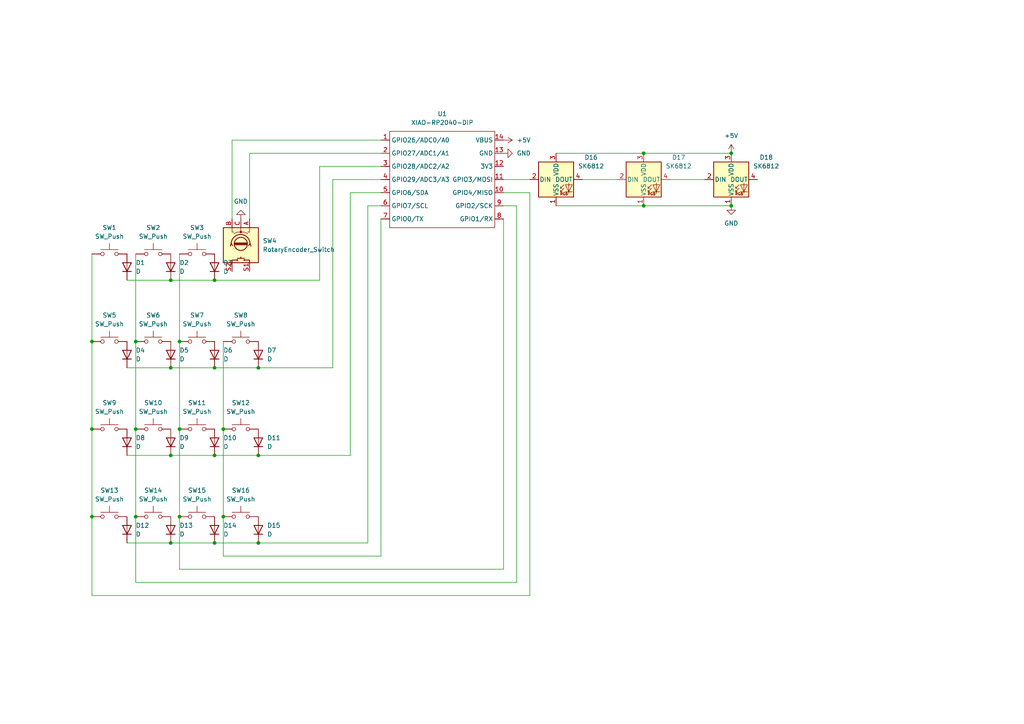
<source format=kicad_sch>
(kicad_sch (version 20250114) (generator "eeschema") (generator_version "9.0")
  (paper "A4")
  (lib_symbols
    (symbol "Device:D" (pin_numbers (hide yes)) (pin_names (offset 1.016) (hide yes))
      (property "Reference" "D" (at 0 2.54 0))
      (property "Value" "D" (at 0 -2.54 0))
      (symbol "D_0_1"
        (polyline (pts (xy -1.27 1.27) (xy -1.27 -1.27)) (stroke (width 0.254)))
        (polyline (pts (xy 1.27 1.27) (xy 1.27 -1.27) (xy -1.27 0) (xy 1.27 1.27)) (stroke (width 0.254)))
        (polyline (pts (xy 1.27 0) (xy -1.27 0)))
      )
      (symbol "D_1_1"
        (pin passive line (at -3.81 0 0) (length 2.54) (name "K") (number "1"))
        (pin passive line (at 3.81 0 180) (length 2.54) (name "A") (number "2"))
      )
    )
    (symbol "Device:RotaryEncoder_Switch" (pin_names (offset 0.254) (hide yes))
      (property "Reference" "SW" (at 0 6.604 0))
      (property "Value" "RotaryEncoder_Switch" (at 0 -6.604 0))
      (symbol "RotaryEncoder_Switch_0_1"
        (rectangle (start -5.08 5.08) (end 5.08 -5.08) (stroke (width 0.254)) (fill (type background)))
        (polyline (pts (xy -5.08 2.54) (xy -3.81 2.54) (xy -3.81 2.032)))
        (polyline (pts (xy -5.08 0) (xy -3.81 0) (xy -3.81 -1.016) (xy -3.302 -2.032)))
        (polyline (pts (xy -5.08 -2.54) (xy -3.81 -2.54) (xy -3.81 -2.032)))
        (polyline (pts (xy -4.318 0) (xy -3.81 0) (xy -3.81 1.016) (xy -3.302 2.032)))
        (circle (center -3.81 0) (radius 0.254) (fill (type outline)))
        (polyline (pts (xy -0.635 -1.778) (xy -0.635 1.778)) (stroke (width 0.254)))
        (circle (center -0.381 0) (radius 1.905) (stroke (width 0.254)))
        (polyline (pts (xy -0.381 -1.778) (xy -0.381 1.778)) (stroke (width 0.254)))
        (arc (start -0.381 -2.794) (mid -3.0988 -0.0635) (end -0.381 2.667) (stroke (width 0.254)))
        (polyline (pts (xy -0.127 1.778) (xy -0.127 -1.778)) (stroke (width 0.254)))
        (polyline (pts (xy 0.254 2.921) (xy -0.508 2.667) (xy 0.127 2.286)) (stroke (width 0.254)))
        (polyline (pts (xy 0.254 -3.048) (xy -0.508 -2.794) (xy 0.127 -2.413)) (stroke (width 0.254)))
        (polyline (pts (xy 3.81 1.016) (xy 3.81 -1.016)) (stroke (width 0.254)))
        (polyline (pts (xy 3.81 0) (xy 3.429 0)) (stroke (width 0.254)))
        (circle (center 4.318 1.016) (radius 0.127) (stroke (width 0.254)))
        (circle (center 4.318 -1.016) (radius 0.127) (stroke (width 0.254)))
        (polyline (pts (xy 5.08 2.54) (xy 4.318 2.54) (xy 4.318 1.016)) (stroke (width 0.254)))
        (polyline (pts (xy 5.08 -2.54) (xy 4.318 -2.54) (xy 4.318 -1.016)) (stroke (width 0.254)))
      )
      (symbol "RotaryEncoder_Switch_1_1"
        (pin passive line (at -7.62 2.54 0) (length 2.54) (name "A") (number "A"))
        (pin passive line (at -7.62 0 0) (length 2.54) (name "C") (number "C"))
        (pin passive line (at -7.62 -2.54 0) (length 2.54) (name "B") (number "B"))
        (pin passive line (at 7.62 2.54 180) (length 2.54) (name "S1") (number "S1"))
        (pin passive line (at 7.62 -2.54 180) (length 2.54) (name "S2") (number "S2"))
      )
    )
    (symbol "LED:SK6812" (pin_names (offset 0.254))
      (property "Reference" "D" (at 5.08 5.715 0))
      (property "Value" "SK6812" (at 1.27 -5.715 0))
      (symbol "SK6812_0_0"
        (text "RGB" (at 2.286 -4.191 0) (effects (font (size 0.762 0.762))))
      )
      (symbol "SK6812_0_1"
        (polyline (pts (xy 1.27 -2.54) (xy 1.778 -2.54)))
        (polyline (pts (xy 1.27 -3.556) (xy 1.778 -3.556)))
        (polyline (pts (xy 2.286 -1.524) (xy 1.27 -2.54) (xy 1.27 -2.032)))
        (polyline (pts (xy 2.286 -2.54) (xy 1.27 -3.556) (xy 1.27 -3.048)))
        (polyline (pts (xy 3.683 -1.016) (xy 3.683 -3.556) (xy 3.683 -4.064)))
        (polyline (pts (xy 4.699 -1.524) (xy 2.667 -1.524) (xy 3.683 -3.556) (xy 4.699 -1.524)))
        (polyline (pts (xy 4.699 -3.556) (xy 2.667 -3.556)))
        (rectangle (start 5.08 5.08) (end -5.08 -5.08) (stroke (width 0.254)) (fill (type background)))
      )
      (symbol "SK6812_1_1"
        (pin input line (at -7.62 0 0) (length 2.54) (name "DIN") (number "2"))
        (pin power_in line (at 0 7.62 270) (length 2.54) (name "VDD") (number "3"))
        (pin power_in line (at 0 -7.62 90) (length 2.54) (name "VSS") (number "1"))
        (pin output line (at 7.62 0 180) (length 2.54) (name "DOUT") (number "4"))
      )
    )
    (symbol "OPL:XIAO-RP2040-DIP"
      (property "Reference" "U" (at 0 0 0))
      (property "Value" "XIAO-RP2040-DIP" (at 5.334 -1.778 0))
      (symbol "XIAO-RP2040-DIP_1_0"
        (polyline (pts (xy -1.27 -2.54) (xy 29.21 -2.54)) (stroke (width 0.1524)))
        (polyline (pts (xy -1.27 -5.08) (xy -2.54 -5.08)) (stroke (width 0.1524)))
        (polyline (pts (xy -1.27 -5.08) (xy -1.27 -2.54)) (stroke (width 0.1524)))
        (polyline (pts (xy -1.27 -8.89) (xy -2.54 -8.89)) (stroke (width 0.1524)))
        (polyline (pts (xy -1.27 -8.89) (xy -1.27 -5.08)) (stroke (width 0.1524)))
        (polyline (pts (xy -1.27 -12.7) (xy -2.54 -12.7)) (stroke (width 0.1524)))
        (polyline (pts (xy -1.27 -12.7) (xy -1.27 -8.89)) (stroke (width 0.1524)))
        (polyline (pts (xy -1.27 -16.51) (xy -2.54 -16.51)) (stroke (width 0.1524)))
        (polyline (pts (xy -1.27 -16.51) (xy -1.27 -12.7)) (stroke (width 0.1524)))
        (polyline (pts (xy -1.27 -20.32) (xy -2.54 -20.32)) (stroke (width 0.1524)))
        (polyline (pts (xy -1.27 -24.13) (xy -2.54 -24.13)) (stroke (width 0.1524)))
        (polyline (pts (xy -1.27 -27.94) (xy -2.54 -27.94)) (stroke (width 0.1524)))
        (polyline (pts (xy -1.27 -30.48) (xy -1.27 -16.51)) (stroke (width 0.1524)))
        (polyline (pts (xy 29.21 -2.54) (xy 29.21 -5.08)) (stroke (width 0.1524)))
        (polyline (pts (xy 29.21 -5.08) (xy 29.21 -8.89)) (stroke (width 0.1524)))
        (polyline (pts (xy 29.21 -8.89) (xy 29.21 -12.7)) (stroke (width 0.1524)))
        (polyline (pts (xy 29.21 -12.7) (xy 29.21 -30.48)) (stroke (width 0.1524)))
        (polyline (pts (xy 29.21 -30.48) (xy -1.27 -30.48)) (stroke (width 0.1524)))
        (polyline (pts (xy 30.48 -5.08) (xy 29.21 -5.08)) (stroke (width 0.1524)))
        (polyline (pts (xy 30.48 -8.89) (xy 29.21 -8.89)) (stroke (width 0.1524)))
        (polyline (pts (xy 30.48 -12.7) (xy 29.21 -12.7)) (stroke (width 0.1524)))
        (polyline (pts (xy 30.48 -16.51) (xy 29.21 -16.51)) (stroke (width 0.1524)))
        (polyline (pts (xy 30.48 -20.32) (xy 29.21 -20.32)) (stroke (width 0.1524)))
        (polyline (pts (xy 30.48 -24.13) (xy 29.21 -24.13)) (stroke (width 0.1524)))
        (polyline (pts (xy 30.48 -27.94) (xy 29.21 -27.94)) (stroke (width 0.1524)))
        (pin passive line (at -3.81 -5.08 0) (length 2.54) (name "GPIO26/ADC0/A0") (number "1"))
        (pin passive line (at -3.81 -8.89 0) (length 2.54) (name "GPIO27/ADC1/A1") (number "2"))
        (pin passive line (at -3.81 -12.7 0) (length 2.54) (name "GPIO28/ADC2/A2") (number "3"))
        (pin passive line (at -3.81 -16.51 0) (length 2.54) (name "GPIO29/ADC3/A3") (number "4"))
        (pin passive line (at -3.81 -20.32 0) (length 2.54) (name "GPIO6/SDA") (number "5"))
        (pin passive line (at -3.81 -24.13 0) (length 2.54) (name "GPIO7/SCL") (number "6"))
        (pin passive line (at -3.81 -27.94 0) (length 2.54) (name "GPIO0/TX") (number "7"))
        (pin passive line (at 31.75 -5.08 180) (length 2.54) (name "VBUS") (number "14"))
        (pin passive line (at 31.75 -8.89 180) (length 2.54) (name "GND") (number "13"))
        (pin passive line (at 31.75 -12.7 180) (length 2.54) (name "3V3") (number "12"))
        (pin passive line (at 31.75 -16.51 180) (length 2.54) (name "GPIO3/MOSI") (number "11"))
        (pin passive line (at 31.75 -20.32 180) (length 2.54) (name "GPIO4/MISO") (number "10"))
        (pin passive line (at 31.75 -24.13 180) (length 2.54) (name "GPIO2/SCK") (number "9"))
        (pin passive line (at 31.75 -27.94 180) (length 2.54) (name "GPIO1/RX") (number "8"))
      )
    )
    (symbol "Switch:SW_Push" (pin_numbers (hide yes)) (pin_names (offset 1.016) (hide yes))
      (property "Reference" "SW" (at 1.27 2.54 0))
      (property "Value" "SW_Push" (at 0 -1.524 0))
      (symbol "SW_Push_0_1"
        (circle (center -2.032 0) (radius 0.508))
        (polyline (pts (xy 0 1.27) (xy 0 3.048)))
        (circle (center 2.032 0) (radius 0.508))
        (polyline (pts (xy 2.54 1.27) (xy -2.54 1.27)))
        (pin passive line (at -5.08 0 0) (length 2.54) (name "1") (number "1"))
        (pin passive line (at 5.08 0 180) (length 2.54) (name "2") (number "2"))
      )
    )
    (symbol "power:+5V" (power) (pin_numbers (hide yes)) (pin_names (offset 0) (hide yes))
      (property "Value" "+5V" (at 0 3.556 0))
      (symbol "+5V_0_1"
        (polyline (pts (xy -0.762 1.27) (xy 0 2.54)))
        (polyline (pts (xy 0 2.54) (xy 0.762 1.27)))
        (polyline (pts (xy 0 0) (xy 0 2.54)))
      )
      (symbol "+5V_1_1"
        (pin power_in line (at 0 0 90) (length 0) (name "~") (number "1"))
      )
    )
    (symbol "power:GND" (power) (pin_numbers (hide yes)) (pin_names (offset 0) (hide yes))
      (property "Value" "GND" (at 0 -3.81 0))
      (symbol "GND_0_1"
        (polyline (pts (xy 0 0) (xy 0 -1.27) (xy 1.27 -1.27) (xy 0 -2.54) (xy -1.27 -1.27) (xy 0 -1.27)))
      )
      (symbol "GND_1_1"
        (pin power_in line (at 0 0 270) (length 0) (name "~") (number "1"))
      )
    )
  )
  (junction (at 212.09 59.69))
  (junction (at 74.93 106.68))
  (junction (at 49.53 157.48))
  (junction (at 52.07 99.06))
  (junction (at 186.69 59.69))
  (junction (at 62.23 106.68))
  (junction (at 64.77 149.86))
  (junction (at 62.23 132.08))
  (junction (at 62.23 81.28))
  (junction (at 26.67 99.06))
  (junction (at 74.93 157.48))
  (junction (at 39.37 99.06))
  (junction (at 212.09 44.45))
  (junction (at 52.07 124.46))
  (junction (at 74.93 132.08))
  (junction (at 39.37 124.46))
  (junction (at 26.67 124.46))
  (junction (at 26.67 149.86))
  (junction (at 39.37 149.86))
  (junction (at 64.77 124.46))
  (junction (at 49.53 132.08))
  (junction (at 49.53 81.28))
  (junction (at 49.53 106.68))
  (junction (at 186.69 44.45))
  (junction (at 62.23 157.48))
  (junction (at 52.07 149.86))
  (wire (pts (xy 39.37 99.06) (xy 39.37 124.46)))
  (wire (pts (xy 146.05 63.5) (xy 146.05 165.1)))
  (wire (pts (xy 62.23 132.08) (xy 74.93 132.08)))
  (wire (pts (xy 106.68 59.69) (xy 110.49 59.69)))
  (wire (pts (xy 36.83 157.48) (xy 49.53 157.48)))
  (wire (pts (xy 186.69 44.45) (xy 212.09 44.45)))
  (wire (pts (xy 26.67 149.86) (xy 26.67 172.72)))
  (wire (pts (xy 26.67 172.72) (xy 153.67 172.72)))
  (wire (pts (xy 62.23 157.48) (xy 74.93 157.48)))
  (wire (pts (xy 72.39 44.45) (xy 110.49 44.45)))
  (wire (pts (xy 39.37 124.46) (xy 39.37 149.86)))
  (wire (pts (xy 67.31 40.64) (xy 67.31 63.5)))
  (wire (pts (xy 153.67 172.72) (xy 153.67 55.88)))
  (wire (pts (xy 52.07 73.66) (xy 52.07 99.06)))
  (wire (pts (xy 26.67 73.66) (xy 26.67 99.06)))
  (wire (pts (xy 62.23 106.68) (xy 74.93 106.68)))
  (wire (pts (xy 149.86 59.69) (xy 149.86 168.91)))
  (wire (pts (xy 168.91 52.07) (xy 179.07 52.07)))
  (wire (pts (xy 64.77 99.06) (xy 64.77 124.46)))
  (wire (pts (xy 39.37 149.86) (xy 39.37 168.91)))
  (wire (pts (xy 64.77 161.29) (xy 110.49 161.29)))
  (wire (pts (xy 49.53 132.08) (xy 62.23 132.08)))
  (wire (pts (xy 36.83 132.08) (xy 49.53 132.08)))
  (wire (pts (xy 52.07 149.86) (xy 52.07 165.1)))
  (wire (pts (xy 74.93 132.08) (xy 101.6 132.08)))
  (wire (pts (xy 146.05 52.07) (xy 153.67 52.07)))
  (wire (pts (xy 186.69 59.69) (xy 212.09 59.69)))
  (wire (pts (xy 161.29 44.45) (xy 186.69 44.45)))
  (wire (pts (xy 110.49 48.26) (xy 92.71 48.26)))
  (wire (pts (xy 110.49 63.5) (xy 110.49 161.29)))
  (wire (pts (xy 92.71 48.26) (xy 92.71 81.28)))
  (wire (pts (xy 39.37 73.66) (xy 39.37 99.06)))
  (wire (pts (xy 36.83 106.68) (xy 49.53 106.68)))
  (wire (pts (xy 49.53 157.48) (xy 62.23 157.48)))
  (wire (pts (xy 106.68 59.69) (xy 106.68 157.48)))
  (wire (pts (xy 52.07 124.46) (xy 52.07 149.86)))
  (wire (pts (xy 96.52 52.07) (xy 110.49 52.07)))
  (wire (pts (xy 101.6 55.88) (xy 101.6 132.08)))
  (wire (pts (xy 62.23 81.28) (xy 92.71 81.28)))
  (wire (pts (xy 194.31 52.07) (xy 204.47 52.07)))
  (wire (pts (xy 39.37 168.91) (xy 149.86 168.91)))
  (wire (pts (xy 149.86 59.69) (xy 146.05 59.69)))
  (wire (pts (xy 36.83 81.28) (xy 49.53 81.28)))
  (wire (pts (xy 49.53 81.28) (xy 62.23 81.28)))
  (wire (pts (xy 26.67 124.46) (xy 26.67 149.86)))
  (wire (pts (xy 72.39 44.45) (xy 72.39 63.5)))
  (wire (pts (xy 52.07 99.06) (xy 52.07 124.46)))
  (wire (pts (xy 153.67 55.88) (xy 146.05 55.88)))
  (wire (pts (xy 106.68 157.48) (xy 74.93 157.48)))
  (wire (pts (xy 26.67 99.06) (xy 26.67 124.46)))
  (wire (pts (xy 64.77 124.46) (xy 64.77 149.86)))
  (wire (pts (xy 96.52 52.07) (xy 96.52 106.68)))
  (wire (pts (xy 67.31 40.64) (xy 110.49 40.64)))
  (wire (pts (xy 64.77 149.86) (xy 64.77 161.29)))
  (wire (pts (xy 101.6 55.88) (xy 110.49 55.88)))
  (wire (pts (xy 161.29 59.69) (xy 186.69 59.69)))
  (wire (pts (xy 52.07 165.1) (xy 146.05 165.1)))
  (wire (pts (xy 96.52 106.68) (xy 74.93 106.68)))
  (wire (pts (xy 49.53 106.68) (xy 62.23 106.68)))
  (symbol (lib_id "Device:D") (at 36.83 153.67 90) (unit 1)
    (property "Reference" "D12" (at 39.37 152.3999 90) (effects (justify right)))
    (property "Value" "D" (at 39.37 154.9399 90) (effects (justify right)))
    (property "Footprint" "Diode_THT:D_DO-35_SOD27_P7.62mm_Horizontal" (effects (hide yes)))
    (property "Description" "Diode" (effects (hide yes)))
    (property "Sim.Device" "D" (effects (hide yes)))
    (property "Sim.Pins" "1=K 2=A" (effects (hide yes)))
  )
  (symbol (lib_id "power:GND") (at 69.85 63.5 180) (unit 1)
    (property "Reference" "#PWR01" (effects (hide yes)))
    (property "Value" "GND" (at 69.85 58.42 0))
    (property "Description" "Power symbol creates a global label with name \"GND\" , ground" (effects (hide yes)))
  )
  (symbol (lib_id "Device:D") (at 36.83 77.47 90) (unit 1)
    (property "Reference" "D1" (at 39.37 76.1999 90) (effects (justify right)))
    (property "Value" "D" (at 39.37 78.7399 90) (effects (justify right)))
    (property "Footprint" "Diode_THT:D_DO-35_SOD27_P7.62mm_Horizontal" (effects (hide yes)))
    (property "Description" "Diode" (effects (hide yes)))
    (property "Sim.Device" "D" (effects (hide yes)))
    (property "Sim.Pins" "1=K 2=A" (effects (hide yes)))
  )
  (symbol (lib_id "OPL:XIAO-RP2040-DIP") (at 114.3 35.56 0) (unit 1)
    (property "Reference" "U1" (at 128.27 33.02 0))
    (property "Value" "XIAO-RP2040-DIP" (at 128.27 35.56 0))
    (property "Footprint" "Seeed Studio XIAO Series Library:XIAO-RP2040-DIP" (effects (hide yes)))
  )
  (symbol (lib_id "Device:D") (at 74.93 128.27 90) (unit 1)
    (property "Reference" "D11" (at 77.47 126.9999 90) (effects (justify right)))
    (property "Value" "D" (at 77.47 129.5399 90) (effects (justify right)))
    (property "Footprint" "Diode_THT:D_DO-35_SOD27_P7.62mm_Horizontal" (effects (hide yes)))
    (property "Description" "Diode" (effects (hide yes)))
    (property "Sim.Device" "D" (effects (hide yes)))
    (property "Sim.Pins" "1=K 2=A" (effects (hide yes)))
  )
  (symbol (lib_id "Device:D") (at 36.83 102.87 90) (unit 1)
    (property "Reference" "D4" (at 39.37 101.5999 90) (effects (justify right)))
    (property "Value" "D" (at 39.37 104.1399 90) (effects (justify right)))
    (property "Footprint" "Diode_THT:D_DO-35_SOD27_P7.62mm_Horizontal" (effects (hide yes)))
    (property "Description" "Diode" (effects (hide yes)))
    (property "Sim.Device" "D" (effects (hide yes)))
    (property "Sim.Pins" "1=K 2=A" (effects (hide yes)))
  )
  (symbol (lib_id "Device:D") (at 49.53 77.47 90) (unit 1)
    (property "Reference" "D2" (at 52.07 76.1999 90) (effects (justify right)))
    (property "Value" "D" (at 52.07 78.7399 90) (effects (justify right)))
    (property "Footprint" "Diode_THT:D_DO-35_SOD27_P7.62mm_Horizontal" (effects (hide yes)))
    (property "Description" "Diode" (effects (hide yes)))
    (property "Sim.Device" "D" (effects (hide yes)))
    (property "Sim.Pins" "1=K 2=A" (effects (hide yes)))
  )
  (symbol (lib_id "Device:RotaryEncoder_Switch") (at 69.85 71.12 270) (unit 1)
    (property "Reference" "SW4" (at 76.2 69.8499 90) (effects (justify left)))
    (property "Value" "RotaryEncoder_Switch" (at 76.2 72.3899 90) (effects (justify left)))
    (property "Footprint" "Rotary_Encoder:RotaryEncoder_Alps_EC11E-Switch_Vertical_H20mm" (effects (hide yes)))
    (property "Description" "Rotary encoder, dual channel, incremental quadrate outputs, with switch" (effects (hide yes)))
  )
  (symbol (lib_id "Device:D") (at 49.53 128.27 90) (unit 1)
    (property "Reference" "D9" (at 52.07 126.9999 90) (effects (justify right)))
    (property "Value" "D" (at 52.07 129.5399 90) (effects (justify right)))
    (property "Footprint" "Diode_THT:D_DO-35_SOD27_P7.62mm_Horizontal" (effects (hide yes)))
    (property "Description" "Diode" (effects (hide yes)))
    (property "Sim.Device" "D" (effects (hide yes)))
    (property "Sim.Pins" "1=K 2=A" (effects (hide yes)))
  )
  (symbol (lib_id "power:GND") (at 212.09 59.69 0) (unit 1)
    (property "Reference" "#PWR05" (effects (hide yes)))
    (property "Value" "GND" (at 212.09 64.77 0))
    (property "Description" "Power symbol creates a global label with name \"GND\" , ground" (effects (hide yes)))
  )
  (symbol (lib_id "Switch:SW_Push") (at 44.45 73.66 0) (unit 1)
    (property "Reference" "SW2" (at 44.45 66.04 0))
    (property "Value" "SW_Push" (at 44.45 68.58 0))
    (property "Footprint" "Button_Switch_Keyboard:SW_Cherry_MX_1.00u_PCB" (effects (hide yes)))
    (property "Description" "Push button switch, generic, two pins" (effects (hide yes)))
  )
  (symbol (lib_id "LED:SK6812") (at 186.69 52.07 0) (unit 1)
    (property "Reference" "D17" (at 196.85 45.6498 0))
    (property "Value" "SK6812" (at 196.85 48.1898 0))
    (property "Footprint" "LED_SMD:LED_SK6812_PLCC4_5.0x5.0mm_P3.2mm" (effects (hide yes)))
    (property "Datasheet" "https://cdn-shop.adafruit.com/product-files/1138/SK6812+LED+datasheet+.pdf" (effects (hide yes)))
    (property "Description" "RGB LED with integrated controller" (effects (hide yes)))
  )
  (symbol (lib_id "Switch:SW_Push") (at 57.15 73.66 0) (unit 1)
    (property "Reference" "SW3" (at 57.15 66.04 0))
    (property "Value" "SW_Push" (at 57.15 68.58 0))
    (property "Footprint" "Button_Switch_Keyboard:SW_Cherry_MX_1.00u_PCB" (effects (hide yes)))
    (property "Description" "Push button switch, generic, two pins" (effects (hide yes)))
  )
  (symbol (lib_id "Switch:SW_Push") (at 57.15 124.46 0) (unit 1)
    (property "Reference" "SW11" (at 57.15 116.84 0))
    (property "Value" "SW_Push" (at 57.15 119.38 0))
    (property "Footprint" "Button_Switch_Keyboard:SW_Cherry_MX_1.00u_PCB" (effects (hide yes)))
    (property "Description" "Push button switch, generic, two pins" (effects (hide yes)))
  )
  (symbol (lib_id "Device:D") (at 74.93 153.67 90) (unit 1)
    (property "Reference" "D15" (at 77.47 152.3999 90) (effects (justify right)))
    (property "Value" "D" (at 77.47 154.9399 90) (effects (justify right)))
    (property "Footprint" "Diode_THT:D_DO-35_SOD27_P7.62mm_Horizontal" (effects (hide yes)))
    (property "Description" "Diode" (effects (hide yes)))
    (property "Sim.Device" "D" (effects (hide yes)))
    (property "Sim.Pins" "1=K 2=A" (effects (hide yes)))
  )
  (symbol (lib_id "Switch:SW_Push") (at 31.75 124.46 0) (unit 1)
    (property "Reference" "SW9" (at 31.75 116.84 0))
    (property "Value" "SW_Push" (at 31.75 119.38 0))
    (property "Footprint" "Button_Switch_Keyboard:SW_Cherry_MX_1.00u_PCB" (effects (hide yes)))
    (property "Description" "Push button switch, generic, two pins" (effects (hide yes)))
  )
  (symbol (lib_id "Device:D") (at 74.93 102.87 90) (unit 1)
    (property "Reference" "D7" (at 77.47 101.5999 90) (effects (justify right)))
    (property "Value" "D" (at 77.47 104.1399 90) (effects (justify right)))
    (property "Footprint" "Diode_THT:D_DO-35_SOD27_P7.62mm_Horizontal" (effects (hide yes)))
    (property "Description" "Diode" (effects (hide yes)))
    (property "Sim.Device" "D" (effects (hide yes)))
    (property "Sim.Pins" "1=K 2=A" (effects (hide yes)))
  )
  (symbol (lib_id "Device:D") (at 62.23 102.87 90) (unit 1)
    (property "Reference" "D6" (at 64.77 101.5999 90) (effects (justify right)))
    (property "Value" "D" (at 64.77 104.1399 90) (effects (justify right)))
    (property "Footprint" "Diode_THT:D_DO-35_SOD27_P7.62mm_Horizontal" (effects (hide yes)))
    (property "Description" "Diode" (effects (hide yes)))
    (property "Sim.Device" "D" (effects (hide yes)))
    (property "Sim.Pins" "1=K 2=A" (effects (hide yes)))
  )
  (symbol (lib_id "Device:D") (at 49.53 153.67 90) (unit 1)
    (property "Reference" "D13" (at 52.07 152.3999 90) (effects (justify right)))
    (property "Value" "D" (at 52.07 154.9399 90) (effects (justify right)))
    (property "Footprint" "Diode_THT:D_DO-35_SOD27_P7.62mm_Horizontal" (effects (hide yes)))
    (property "Description" "Diode" (effects (hide yes)))
    (property "Sim.Device" "D" (effects (hide yes)))
    (property "Sim.Pins" "1=K 2=A" (effects (hide yes)))
  )
  (symbol (lib_id "LED:SK6812") (at 212.09 52.07 0) (unit 1)
    (property "Reference" "D18" (at 222.25 45.6498 0))
    (property "Value" "SK6812" (at 222.25 48.1898 0))
    (property "Footprint" "LED_SMD:LED_SK6812_PLCC4_5.0x5.0mm_P3.2mm" (effects (hide yes)))
    (property "Datasheet" "https://cdn-shop.adafruit.com/product-files/1138/SK6812+LED+datasheet+.pdf" (effects (hide yes)))
    (property "Description" "RGB LED with integrated controller" (effects (hide yes)))
  )
  (symbol (lib_id "Switch:SW_Push") (at 69.85 149.86 0) (unit 1)
    (property "Reference" "SW16" (at 69.85 142.24 0))
    (property "Value" "SW_Push" (at 69.85 144.78 0))
    (property "Footprint" "Button_Switch_Keyboard:SW_Cherry_MX_1.00u_PCB" (effects (hide yes)))
    (property "Description" "Push button switch, generic, two pins" (effects (hide yes)))
  )
  (symbol (lib_id "Switch:SW_Push") (at 57.15 99.06 0) (unit 1)
    (property "Reference" "SW7" (at 57.15 91.44 0))
    (property "Value" "SW_Push" (at 57.15 93.98 0))
    (property "Footprint" "Button_Switch_Keyboard:SW_Cherry_MX_1.00u_PCB" (effects (hide yes)))
    (property "Description" "Push button switch, generic, two pins" (effects (hide yes)))
  )
  (symbol (lib_id "power:+5V") (at 146.05 40.64 270) (unit 1)
    (property "Reference" "#PWR03" (effects (hide yes)))
    (property "Value" "+5V" (at 149.86 40.6399 90) (effects (justify left)))
    (property "Description" "Power symbol creates a global label with name \"+5V\"" (effects (hide yes)))
  )
  (symbol (lib_id "Switch:SW_Push") (at 31.75 99.06 0) (unit 1)
    (property "Reference" "SW5" (at 31.75 91.44 0))
    (property "Value" "SW_Push" (at 31.75 93.98 0))
    (property "Footprint" "Button_Switch_Keyboard:SW_Cherry_MX_1.00u_PCB" (effects (hide yes)))
    (property "Description" "Push button switch, generic, two pins" (effects (hide yes)))
  )
  (symbol (lib_id "power:GND") (at 146.05 44.45 90) (unit 1)
    (property "Reference" "#PWR02" (effects (hide yes)))
    (property "Value" "GND" (at 149.86 44.4499 90) (effects (justify right)))
    (property "Description" "Power symbol creates a global label with name \"GND\" , ground" (effects (hide yes)))
  )
  (symbol (lib_id "Switch:SW_Push") (at 31.75 73.66 0) (unit 1)
    (property "Reference" "SW1" (at 31.75 66.04 0))
    (property "Value" "SW_Push" (at 31.75 68.58 0))
    (property "Footprint" "Button_Switch_Keyboard:SW_Cherry_MX_1.00u_PCB" (effects (hide yes)))
    (property "Description" "Push button switch, generic, two pins" (effects (hide yes)))
  )
  (symbol (lib_id "Device:D") (at 62.23 128.27 90) (unit 1)
    (property "Reference" "D10" (at 64.77 126.9999 90) (effects (justify right)))
    (property "Value" "D" (at 64.77 129.5399 90) (effects (justify right)))
    (property "Footprint" "Diode_THT:D_DO-35_SOD27_P7.62mm_Horizontal" (effects (hide yes)))
    (property "Description" "Diode" (effects (hide yes)))
    (property "Sim.Device" "D" (effects (hide yes)))
    (property "Sim.Pins" "1=K 2=A" (effects (hide yes)))
  )
  (symbol (lib_id "Switch:SW_Push") (at 57.15 149.86 0) (unit 1)
    (property "Reference" "SW15" (at 57.15 142.24 0))
    (property "Value" "SW_Push" (at 57.15 144.78 0))
    (property "Footprint" "Button_Switch_Keyboard:SW_Cherry_MX_1.00u_PCB" (effects (hide yes)))
    (property "Description" "Push button switch, generic, two pins" (effects (hide yes)))
  )
  (symbol (lib_id "Switch:SW_Push") (at 69.85 99.06 0) (unit 1)
    (property "Reference" "SW8" (at 69.85 91.44 0))
    (property "Value" "SW_Push" (at 69.85 93.98 0))
    (property "Footprint" "Button_Switch_Keyboard:SW_Cherry_MX_1.00u_PCB" (effects (hide yes)))
    (property "Description" "Push button switch, generic, two pins" (effects (hide yes)))
  )
  (symbol (lib_id "power:+5V") (at 212.09 44.45 0) (unit 1)
    (property "Reference" "#PWR04" (effects (hide yes)))
    (property "Value" "+5V" (at 212.09 39.37 0))
    (property "Description" "Power symbol creates a global label with name \"+5V\"" (effects (hide yes)))
  )
  (symbol (lib_id "Device:D") (at 36.83 128.27 90) (unit 1)
    (property "Reference" "D8" (at 39.37 126.9999 90) (effects (justify right)))
    (property "Value" "D" (at 39.37 129.5399 90) (effects (justify right)))
    (property "Footprint" "Diode_THT:D_DO-35_SOD27_P7.62mm_Horizontal" (effects (hide yes)))
    (property "Description" "Diode" (effects (hide yes)))
    (property "Sim.Device" "D" (effects (hide yes)))
    (property "Sim.Pins" "1=K 2=A" (effects (hide yes)))
  )
  (symbol (lib_id "Switch:SW_Push") (at 44.45 149.86 0) (unit 1)
    (property "Reference" "SW14" (at 44.45 142.24 0))
    (property "Value" "SW_Push" (at 44.45 144.78 0))
    (property "Footprint" "Button_Switch_Keyboard:SW_Cherry_MX_1.00u_PCB" (effects (hide yes)))
    (property "Description" "Push button switch, generic, two pins" (effects (hide yes)))
  )
  (symbol (lib_id "Device:D") (at 49.53 102.87 90) (unit 1)
    (property "Reference" "D5" (at 52.07 101.5999 90) (effects (justify right)))
    (property "Value" "D" (at 52.07 104.1399 90) (effects (justify right)))
    (property "Footprint" "Diode_THT:D_DO-35_SOD27_P7.62mm_Horizontal" (effects (hide yes)))
    (property "Description" "Diode" (effects (hide yes)))
    (property "Sim.Device" "D" (effects (hide yes)))
    (property "Sim.Pins" "1=K 2=A" (effects (hide yes)))
  )
  (symbol (lib_id "Device:D") (at 62.23 153.67 90) (unit 1)
    (property "Reference" "D14" (at 64.77 152.3999 90) (effects (justify right)))
    (property "Value" "D" (at 64.77 154.9399 90) (effects (justify right)))
    (property "Footprint" "Diode_THT:D_DO-35_SOD27_P7.62mm_Horizontal" (effects (hide yes)))
    (property "Description" "Diode" (effects (hide yes)))
    (property "Sim.Device" "D" (effects (hide yes)))
    (property "Sim.Pins" "1=K 2=A" (effects (hide yes)))
  )
  (symbol (lib_id "Switch:SW_Push") (at 44.45 99.06 0) (unit 1)
    (property "Reference" "SW6" (at 44.45 91.44 0))
    (property "Value" "SW_Push" (at 44.45 93.98 0))
    (property "Footprint" "Button_Switch_Keyboard:SW_Cherry_MX_1.00u_PCB" (effects (hide yes)))
    (property "Description" "Push button switch, generic, two pins" (effects (hide yes)))
  )
  (symbol (lib_id "LED:SK6812") (at 161.29 52.07 0) (unit 1)
    (property "Reference" "D16" (at 171.45 45.6498 0))
    (property "Value" "SK6812" (at 171.45 48.1898 0))
    (property "Footprint" "LED_SMD:LED_SK6812_PLCC4_5.0x5.0mm_P3.2mm" (effects (hide yes)))
    (property "Datasheet" "https://cdn-shop.adafruit.com/product-files/1138/SK6812+LED+datasheet+.pdf" (effects (hide yes)))
    (property "Description" "RGB LED with integrated controller" (effects (hide yes)))
  )
  (symbol (lib_id "Switch:SW_Push") (at 69.85 124.46 0) (unit 1)
    (property "Reference" "SW12" (at 69.85 116.84 0))
    (property "Value" "SW_Push" (at 69.85 119.38 0))
    (property "Footprint" "Button_Switch_Keyboard:SW_Cherry_MX_1.00u_PCB" (effects (hide yes)))
    (property "Description" "Push button switch, generic, two pins" (effects (hide yes)))
  )
  (symbol (lib_id "Switch:SW_Push") (at 31.75 149.86 0) (unit 1)
    (property "Reference" "SW13" (at 31.75 142.24 0))
    (property "Value" "SW_Push" (at 31.75 144.78 0))
    (property "Footprint" "Button_Switch_Keyboard:SW_Cherry_MX_1.00u_PCB" (effects (hide yes)))
    (property "Description" "Push button switch, generic, two pins" (effects (hide yes)))
  )
  (symbol (lib_id "Device:D") (at 62.23 77.47 90) (unit 1)
    (property "Reference" "D3" (at 64.77 76.1999 90) (effects (justify right)))
    (property "Value" "D" (at 64.77 78.7399 90) (effects (justify right)))
    (property "Footprint" "Diode_THT:D_DO-35_SOD27_P7.62mm_Horizontal" (effects (hide yes)))
    (property "Description" "Diode" (effects (hide yes)))
    (property "Sim.Device" "D" (effects (hide yes)))
    (property "Sim.Pins" "1=K 2=A" (effects (hide yes)))
  )
  (symbol (lib_id "Switch:SW_Push") (at 44.45 124.46 0) (unit 1)
    (property "Reference" "SW10" (at 44.45 116.84 0))
    (property "Value" "SW_Push" (at 44.45 119.38 0))
    (property "Footprint" "Button_Switch_Keyboard:SW_Cherry_MX_1.00u_PCB" (effects (hide yes)))
    (property "Description" "Push button switch, generic, two pins" (effects (hide yes)))
  )
)
</source>
